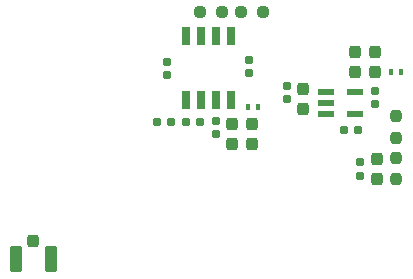
<source format=gbr>
%TF.GenerationSoftware,KiCad,Pcbnew,7.0.10*%
%TF.CreationDate,2024-02-25T20:31:22-06:00*%
%TF.ProjectId,IFBoard,4946426f-6172-4642-9e6b-696361645f70,rev?*%
%TF.SameCoordinates,Original*%
%TF.FileFunction,Paste,Top*%
%TF.FilePolarity,Positive*%
%FSLAX46Y46*%
G04 Gerber Fmt 4.6, Leading zero omitted, Abs format (unit mm)*
G04 Created by KiCad (PCBNEW 7.0.10) date 2024-02-25 20:31:22*
%MOMM*%
%LPD*%
G01*
G04 APERTURE LIST*
G04 Aperture macros list*
%AMRoundRect*
0 Rectangle with rounded corners*
0 $1 Rounding radius*
0 $2 $3 $4 $5 $6 $7 $8 $9 X,Y pos of 4 corners*
0 Add a 4 corners polygon primitive as box body*
4,1,4,$2,$3,$4,$5,$6,$7,$8,$9,$2,$3,0*
0 Add four circle primitives for the rounded corners*
1,1,$1+$1,$2,$3*
1,1,$1+$1,$4,$5*
1,1,$1+$1,$6,$7*
1,1,$1+$1,$8,$9*
0 Add four rect primitives between the rounded corners*
20,1,$1+$1,$2,$3,$4,$5,0*
20,1,$1+$1,$4,$5,$6,$7,0*
20,1,$1+$1,$6,$7,$8,$9,0*
20,1,$1+$1,$8,$9,$2,$3,0*%
G04 Aperture macros list end*
%ADD10R,0.400000X0.500000*%
%ADD11R,1.473200X0.558800*%
%ADD12RoundRect,0.237500X-0.237500X0.300000X-0.237500X-0.300000X0.237500X-0.300000X0.237500X0.300000X0*%
%ADD13RoundRect,0.155000X-0.155000X0.212500X-0.155000X-0.212500X0.155000X-0.212500X0.155000X0.212500X0*%
%ADD14RoundRect,0.237500X0.250000X0.237500X-0.250000X0.237500X-0.250000X-0.237500X0.250000X-0.237500X0*%
%ADD15RoundRect,0.160000X0.197500X0.160000X-0.197500X0.160000X-0.197500X-0.160000X0.197500X-0.160000X0*%
%ADD16RoundRect,0.237500X-0.237500X0.250000X-0.237500X-0.250000X0.237500X-0.250000X0.237500X0.250000X0*%
%ADD17RoundRect,0.237500X0.237500X-0.300000X0.237500X0.300000X-0.237500X0.300000X-0.237500X-0.300000X0*%
%ADD18RoundRect,0.250000X-0.250000X0.275000X-0.250000X-0.275000X0.250000X-0.275000X0.250000X0.275000X0*%
%ADD19RoundRect,0.250000X-0.275000X0.850000X-0.275000X-0.850000X0.275000X-0.850000X0.275000X0.850000X0*%
%ADD20R,0.650000X1.526000*%
G04 APERTURE END LIST*
D10*
%TO.C,FB1*%
X134100000Y-110400000D03*
X134900000Y-110400000D03*
%TD*%
D11*
%TO.C,IC1*%
X128606200Y-112110200D03*
X128606200Y-113050000D03*
X128606200Y-113989800D03*
X130993800Y-113989800D03*
X130993800Y-112110200D03*
%TD*%
D12*
%TO.C,C10*%
X120595000Y-114794500D03*
X120595000Y-116519500D03*
%TD*%
D13*
%TO.C,C14*%
X122030000Y-109356500D03*
X122030000Y-110491500D03*
%TD*%
D14*
%TO.C,R5*%
X119760000Y-105324000D03*
X117935000Y-105324000D03*
%TD*%
D13*
%TO.C,C5*%
X132750000Y-111982500D03*
X132750000Y-113117500D03*
%TD*%
%TO.C,C7*%
X125250000Y-111582500D03*
X125250000Y-112717500D03*
%TD*%
D15*
%TO.C,R3*%
X131247500Y-115350000D03*
X130052500Y-115350000D03*
%TD*%
%TO.C,R7*%
X115442500Y-114612000D03*
X114247500Y-114612000D03*
%TD*%
D16*
%TO.C,R1*%
X134500000Y-117687500D03*
X134500000Y-119512500D03*
%TD*%
D13*
%TO.C,C15*%
X115130000Y-109556500D03*
X115130000Y-110691500D03*
%TD*%
%TO.C,C2*%
X131450000Y-118056786D03*
X131450000Y-119191786D03*
%TD*%
D12*
%TO.C,C9*%
X122295000Y-114799500D03*
X122295000Y-116524500D03*
%TD*%
D16*
%TO.C,R2*%
X134500000Y-114137500D03*
X134500000Y-115962500D03*
%TD*%
D17*
%TO.C,C3*%
X132750000Y-110412500D03*
X132750000Y-108687500D03*
%TD*%
%TO.C,C4*%
X131000000Y-110412500D03*
X131000000Y-108687500D03*
%TD*%
D18*
%TO.C,J2*%
X103800000Y-124750000D03*
D19*
X105275000Y-126275000D03*
X102325000Y-126275000D03*
%TD*%
D15*
%TO.C,R6*%
X117942500Y-114612000D03*
X116747500Y-114612000D03*
%TD*%
D13*
%TO.C,C8*%
X119245000Y-114539500D03*
X119245000Y-115674500D03*
%TD*%
D14*
%TO.C,R4*%
X123210000Y-105324000D03*
X121385000Y-105324000D03*
%TD*%
D20*
%TO.C,IC2*%
X120500000Y-107400000D03*
X119230000Y-107400000D03*
X117960000Y-107400000D03*
X116690000Y-107400000D03*
X116690000Y-112824000D03*
X117960000Y-112824000D03*
X119230000Y-112824000D03*
X120500000Y-112824000D03*
%TD*%
D12*
%TO.C,C1*%
X132850000Y-117761786D03*
X132850000Y-119486786D03*
%TD*%
D10*
%TO.C,FB2*%
X121995000Y-113362000D03*
X122795000Y-113362000D03*
%TD*%
D12*
%TO.C,C6*%
X126650000Y-111837500D03*
X126650000Y-113562500D03*
%TD*%
M02*

</source>
